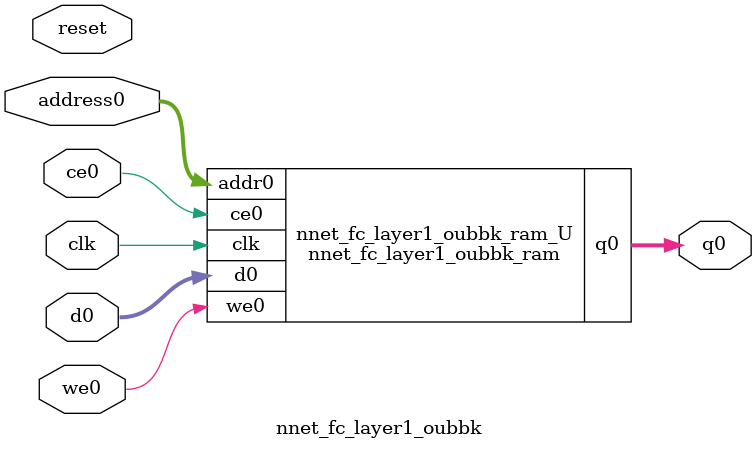
<source format=v>

`timescale 1 ns / 1 ps
module nnet_fc_layer1_oubbk_ram (addr0, ce0, d0, we0, q0,  clk);

parameter DWIDTH = 24;
parameter AWIDTH = 7;
parameter MEM_SIZE = 120;

input[AWIDTH-1:0] addr0;
input ce0;
input[DWIDTH-1:0] d0;
input we0;
output reg[DWIDTH-1:0] q0;
input clk;

(* ram_style = "block" *)reg [DWIDTH-1:0] ram[0:MEM_SIZE-1];




always @(posedge clk)  
begin 
    if (ce0) 
    begin
        if (we0) 
        begin 
            ram[addr0] <= d0; 
            q0 <= d0;
        end 
        else 
            q0 <= ram[addr0];
    end
end


endmodule


`timescale 1 ns / 1 ps
module nnet_fc_layer1_oubbk(
    reset,
    clk,
    address0,
    ce0,
    we0,
    d0,
    q0);

parameter DataWidth = 32'd24;
parameter AddressRange = 32'd120;
parameter AddressWidth = 32'd7;
input reset;
input clk;
input[AddressWidth - 1:0] address0;
input ce0;
input we0;
input[DataWidth - 1:0] d0;
output[DataWidth - 1:0] q0;



nnet_fc_layer1_oubbk_ram nnet_fc_layer1_oubbk_ram_U(
    .clk( clk ),
    .addr0( address0 ),
    .ce0( ce0 ),
    .d0( d0 ),
    .we0( we0 ),
    .q0( q0 ));

endmodule


</source>
